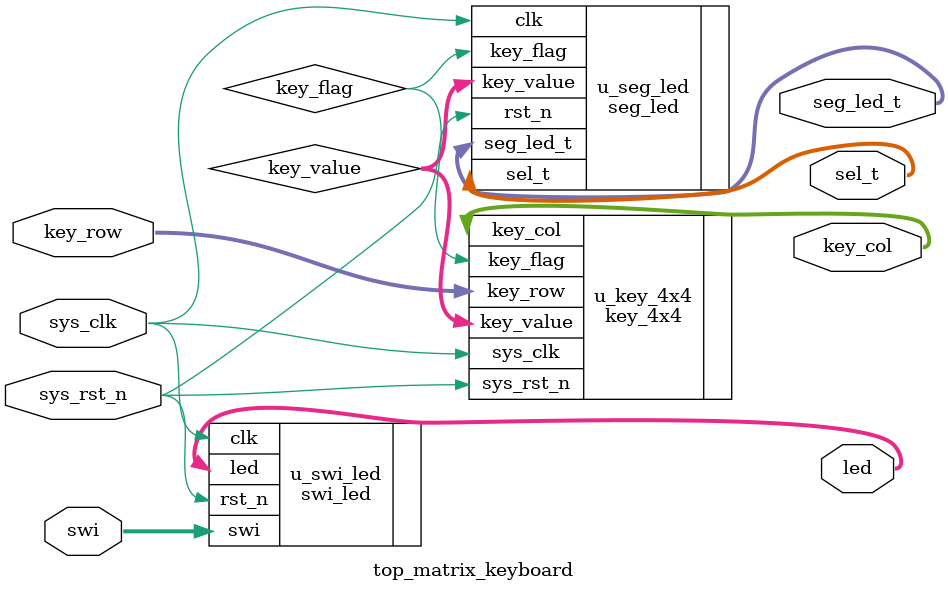
<source format=v>

module top_matrix_keyboard(
    input         sys_clk    ,
    input         sys_rst_n  ,
    input   [3:0] key_row    ,
    input   [7:0] swi        ,
    output  [3:0] key_col    ,
    output  [3:0] sel_t      ,
    output  [7:0] seg_led_t  ,
    output  [7:0] led

    );

//wire define
wire [4:0]    key_value    ;
wire          key_flag     ;

//*****************************************************
//**                    main code                      
//*****************************************************

//¾ØÕó¼üÅÌÉ¨ÃèÄ£¿é
key_4x4    u_key_4x4(
    .sys_clk    (sys_clk  ),
    .sys_rst_n  (sys_rst_n),
    .key_row    (key_row  ),
    .key_col    (key_col  ),
    .key_value  (key_value),
    .key_flag   (key_flag )
    );

//ÊýÂë¹ÜÏÔÊ¾Ä£¿é
seg_led    u_seg_led(
    .clk       (sys_clk  ),
    .rst_n     (sys_rst_n),
    .key_value (key_value),
    .key_flag  (key_flag ),
    .sel_t     (sel_t    ),
    .seg_led_t (seg_led_t)
    );

//²¦Âë¿ª¹ØÄ£¿é
swi_led     u_swi_led(
    .clk     (sys_clk  ),
    .rst_n   (sys_rst_n),
    .swi     (swi      ),
    .led     (led      )
);
endmodule
</source>
